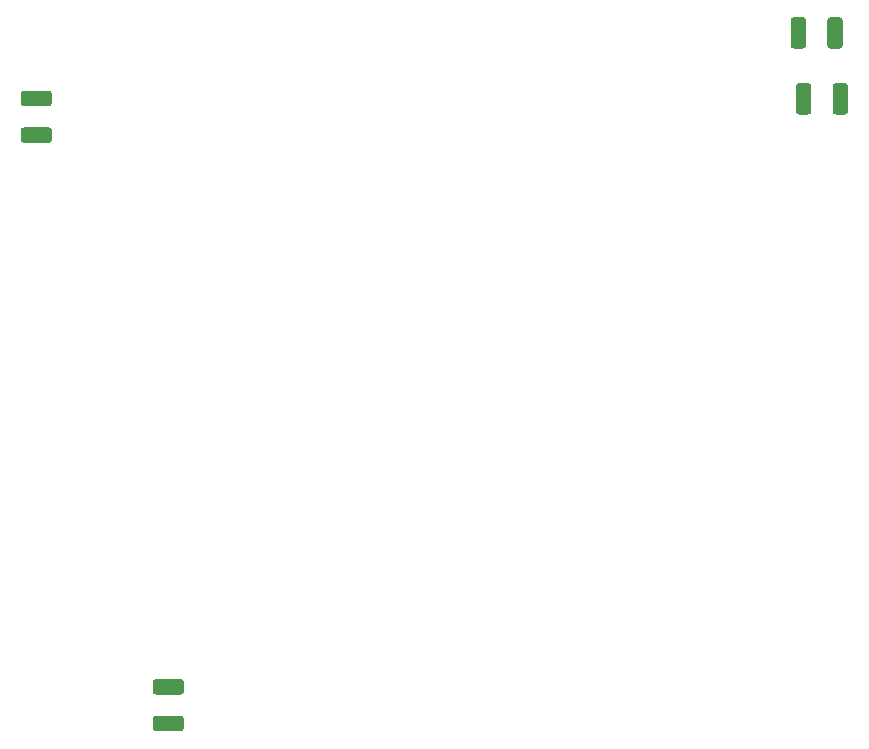
<source format=gbr>
%TF.GenerationSoftware,KiCad,Pcbnew,5.1.10*%
%TF.CreationDate,2021-06-28T20:45:46+02:00*%
%TF.ProjectId,lni-badge,6c6e692d-6261-4646-9765-2e6b69636164,rev?*%
%TF.SameCoordinates,Original*%
%TF.FileFunction,Paste,Top*%
%TF.FilePolarity,Positive*%
%FSLAX46Y46*%
G04 Gerber Fmt 4.6, Leading zero omitted, Abs format (unit mm)*
G04 Created by KiCad (PCBNEW 5.1.10) date 2021-06-28 20:45:46*
%MOMM*%
%LPD*%
G01*
G04 APERTURE LIST*
G04 APERTURE END LIST*
%TO.C,R20*%
G36*
G01*
X167550000Y-41207000D02*
X167550000Y-39057000D01*
G75*
G02*
X167800000Y-38807000I250000J0D01*
G01*
X168600000Y-38807000D01*
G75*
G02*
X168850000Y-39057000I0J-250000D01*
G01*
X168850000Y-41207000D01*
G75*
G02*
X168600000Y-41457000I-250000J0D01*
G01*
X167800000Y-41457000D01*
G75*
G02*
X167550000Y-41207000I0J250000D01*
G01*
G37*
G36*
G01*
X164450000Y-41207000D02*
X164450000Y-39057000D01*
G75*
G02*
X164700000Y-38807000I250000J0D01*
G01*
X165500000Y-38807000D01*
G75*
G02*
X165750000Y-39057000I0J-250000D01*
G01*
X165750000Y-41207000D01*
G75*
G02*
X165500000Y-41457000I-250000J0D01*
G01*
X164700000Y-41457000D01*
G75*
G02*
X164450000Y-41207000I0J250000D01*
G01*
G37*
%TD*%
%TO.C,R15*%
G36*
G01*
X101659000Y-46344000D02*
X99509000Y-46344000D01*
G75*
G02*
X99259000Y-46094000I0J250000D01*
G01*
X99259000Y-45294000D01*
G75*
G02*
X99509000Y-45044000I250000J0D01*
G01*
X101659000Y-45044000D01*
G75*
G02*
X101909000Y-45294000I0J-250000D01*
G01*
X101909000Y-46094000D01*
G75*
G02*
X101659000Y-46344000I-250000J0D01*
G01*
G37*
G36*
G01*
X101659000Y-49444000D02*
X99509000Y-49444000D01*
G75*
G02*
X99259000Y-49194000I0J250000D01*
G01*
X99259000Y-48394000D01*
G75*
G02*
X99509000Y-48144000I250000J0D01*
G01*
X101659000Y-48144000D01*
G75*
G02*
X101909000Y-48394000I0J-250000D01*
G01*
X101909000Y-49194000D01*
G75*
G02*
X101659000Y-49444000I-250000J0D01*
G01*
G37*
%TD*%
%TO.C,R12*%
G36*
G01*
X166206000Y-44645000D02*
X166206000Y-46795000D01*
G75*
G02*
X165956000Y-47045000I-250000J0D01*
G01*
X165156000Y-47045000D01*
G75*
G02*
X164906000Y-46795000I0J250000D01*
G01*
X164906000Y-44645000D01*
G75*
G02*
X165156000Y-44395000I250000J0D01*
G01*
X165956000Y-44395000D01*
G75*
G02*
X166206000Y-44645000I0J-250000D01*
G01*
G37*
G36*
G01*
X169306000Y-44645000D02*
X169306000Y-46795000D01*
G75*
G02*
X169056000Y-47045000I-250000J0D01*
G01*
X168256000Y-47045000D01*
G75*
G02*
X168006000Y-46795000I0J250000D01*
G01*
X168006000Y-44645000D01*
G75*
G02*
X168256000Y-44395000I250000J0D01*
G01*
X169056000Y-44395000D01*
G75*
G02*
X169306000Y-44645000I0J-250000D01*
G01*
G37*
%TD*%
%TO.C,R6*%
G36*
G01*
X110685000Y-97954000D02*
X112835000Y-97954000D01*
G75*
G02*
X113085000Y-98204000I0J-250000D01*
G01*
X113085000Y-99004000D01*
G75*
G02*
X112835000Y-99254000I-250000J0D01*
G01*
X110685000Y-99254000D01*
G75*
G02*
X110435000Y-99004000I0J250000D01*
G01*
X110435000Y-98204000D01*
G75*
G02*
X110685000Y-97954000I250000J0D01*
G01*
G37*
G36*
G01*
X110685000Y-94854000D02*
X112835000Y-94854000D01*
G75*
G02*
X113085000Y-95104000I0J-250000D01*
G01*
X113085000Y-95904000D01*
G75*
G02*
X112835000Y-96154000I-250000J0D01*
G01*
X110685000Y-96154000D01*
G75*
G02*
X110435000Y-95904000I0J250000D01*
G01*
X110435000Y-95104000D01*
G75*
G02*
X110685000Y-94854000I250000J0D01*
G01*
G37*
%TD*%
M02*

</source>
